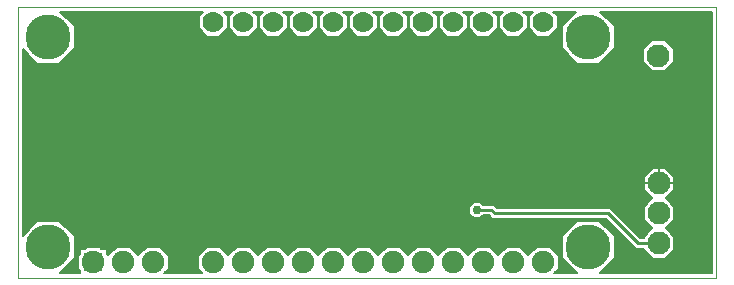
<source format=gbr>
G04 PROTEUS RS274X GERBER FILE*
%FSLAX26Y26*%
%MOIN*%
G01*
%ADD11C,0.010000*%
%ADD10C,0.025000*%
%ADD12C,0.030000*%
%ADD13C,0.006000*%
%ADD14C,0.075000*%
%ADD15C,0.065354*%
%ADD16C,0.070000*%
%ADD17C,0.150000*%
%ADD18C,0.076772*%
%ADD19R,0.064961X0.064961*%
%ADD70C,0.010000*%
%ADD71C,0.064961*%
%ADD25C,0.004000*%
G36*
X+3087362Y+243346D02*
X+2714254Y+243346D01*
X+2764275Y+293368D01*
X+2764275Y+366270D01*
X+2712726Y+417819D01*
X+2639825Y+417819D01*
X+2588276Y+366270D01*
X+2588276Y+293368D01*
X+2638298Y+243346D01*
X+2562635Y+243346D01*
X+2577775Y+258487D01*
X+2577775Y+301151D01*
X+2547607Y+331319D01*
X+2504944Y+331319D01*
X+2476276Y+302650D01*
X+2447607Y+331319D01*
X+2404944Y+331319D01*
X+2376276Y+302650D01*
X+2347607Y+331319D01*
X+2304944Y+331319D01*
X+2276276Y+302650D01*
X+2247607Y+331319D01*
X+2204944Y+331319D01*
X+2176276Y+302650D01*
X+2147607Y+331319D01*
X+2104944Y+331319D01*
X+2076276Y+302650D01*
X+2047607Y+331319D01*
X+2004944Y+331319D01*
X+1976276Y+302650D01*
X+1947607Y+331319D01*
X+1904944Y+331319D01*
X+1876276Y+302650D01*
X+1847607Y+331319D01*
X+1804944Y+331319D01*
X+1776276Y+302650D01*
X+1747607Y+331319D01*
X+1704944Y+331319D01*
X+1676276Y+302650D01*
X+1647607Y+331319D01*
X+1604944Y+331319D01*
X+1576276Y+302650D01*
X+1547607Y+331319D01*
X+1504944Y+331319D01*
X+1476276Y+302650D01*
X+1447607Y+331319D01*
X+1404944Y+331319D01*
X+1374776Y+301151D01*
X+1374776Y+258487D01*
X+1389917Y+243346D01*
X+1262635Y+243346D01*
X+1277775Y+258487D01*
X+1277775Y+301151D01*
X+1247607Y+331319D01*
X+1204944Y+331319D01*
X+1176276Y+302650D01*
X+1147607Y+331319D01*
X+1104944Y+331319D01*
X+1076276Y+302650D01*
X+1071756Y+307170D01*
X+1071756Y+325299D01*
X+1053627Y+325299D01*
X+1047607Y+331319D01*
X+1004944Y+331319D01*
X+998924Y+325299D01*
X+980796Y+325299D01*
X+980796Y+307170D01*
X+974776Y+301151D01*
X+974776Y+258487D01*
X+980796Y+252467D01*
X+980796Y+243346D01*
X+914254Y+243346D01*
X+964275Y+293368D01*
X+964275Y+366270D01*
X+912726Y+417819D01*
X+839825Y+417819D01*
X+790591Y+368584D01*
X+790591Y+991054D01*
X+839825Y+941819D01*
X+912726Y+941819D01*
X+964275Y+993368D01*
X+964275Y+1066270D01*
X+915624Y+1114921D01*
X+1392082Y+1114921D01*
X+1377276Y+1100115D01*
X+1377276Y+1059034D01*
X+1405979Y+1030331D01*
X+1446572Y+1030331D01*
X+1475275Y+1059034D01*
X+1475275Y+1100115D01*
X+1460469Y+1114921D01*
X+1492570Y+1114921D01*
X+1477276Y+1099627D01*
X+1477276Y+1059034D01*
X+1505979Y+1030331D01*
X+1546572Y+1030331D01*
X+1575275Y+1059034D01*
X+1575275Y+1099627D01*
X+1559981Y+1114921D01*
X+1592570Y+1114921D01*
X+1577276Y+1099627D01*
X+1577276Y+1059034D01*
X+1605979Y+1030331D01*
X+1646572Y+1030331D01*
X+1675275Y+1059034D01*
X+1675275Y+1099627D01*
X+1659981Y+1114921D01*
X+1692570Y+1114921D01*
X+1677276Y+1099627D01*
X+1677276Y+1059034D01*
X+1705979Y+1030331D01*
X+1746572Y+1030331D01*
X+1775275Y+1059034D01*
X+1775275Y+1099627D01*
X+1759981Y+1114921D01*
X+1792570Y+1114921D01*
X+1777276Y+1099627D01*
X+1777276Y+1059034D01*
X+1805979Y+1030331D01*
X+1846572Y+1030331D01*
X+1875275Y+1059034D01*
X+1875275Y+1099627D01*
X+1859981Y+1114921D01*
X+1892570Y+1114921D01*
X+1877276Y+1099627D01*
X+1877276Y+1059034D01*
X+1905979Y+1030331D01*
X+1946572Y+1030331D01*
X+1975275Y+1059034D01*
X+1975275Y+1099627D01*
X+1959981Y+1114921D01*
X+1992570Y+1114921D01*
X+1977276Y+1099627D01*
X+1977276Y+1059034D01*
X+2005979Y+1030331D01*
X+2046572Y+1030331D01*
X+2075275Y+1059034D01*
X+2075275Y+1099627D01*
X+2059981Y+1114921D01*
X+2092570Y+1114921D01*
X+2077276Y+1099627D01*
X+2077276Y+1059034D01*
X+2105979Y+1030331D01*
X+2146572Y+1030331D01*
X+2175275Y+1059034D01*
X+2175275Y+1099627D01*
X+2159981Y+1114921D01*
X+2192570Y+1114921D01*
X+2177276Y+1099627D01*
X+2177276Y+1059034D01*
X+2205979Y+1030331D01*
X+2246572Y+1030331D01*
X+2275275Y+1059034D01*
X+2275275Y+1099627D01*
X+2259981Y+1114921D01*
X+2292570Y+1114921D01*
X+2277276Y+1099627D01*
X+2277276Y+1059034D01*
X+2305979Y+1030331D01*
X+2346572Y+1030331D01*
X+2375275Y+1059034D01*
X+2375275Y+1099627D01*
X+2359981Y+1114921D01*
X+2392570Y+1114921D01*
X+2377276Y+1099627D01*
X+2377276Y+1059034D01*
X+2405979Y+1030331D01*
X+2446572Y+1030331D01*
X+2475275Y+1059034D01*
X+2475275Y+1099627D01*
X+2459981Y+1114921D01*
X+2492570Y+1114921D01*
X+2477276Y+1099627D01*
X+2477276Y+1059034D01*
X+2505979Y+1030331D01*
X+2546572Y+1030331D01*
X+2575275Y+1059034D01*
X+2575275Y+1099627D01*
X+2559981Y+1114921D01*
X+2636928Y+1114921D01*
X+2588276Y+1066270D01*
X+2588276Y+993368D01*
X+2639825Y+941819D01*
X+2712726Y+941819D01*
X+2764275Y+993368D01*
X+2764275Y+1066270D01*
X+2715624Y+1114921D01*
X+3087362Y+1114921D01*
X+3087362Y+243346D01*
G37*
%LPC*%
G36*
X+1350929Y+290031D02*
X+1350929Y+269607D01*
X+1336487Y+255165D01*
X+1316064Y+255165D01*
X+1301622Y+269607D01*
X+1301622Y+290031D01*
X+1316064Y+304472D01*
X+1336487Y+304472D01*
X+1350929Y+290031D01*
G37*
G36*
X+2930938Y+916489D02*
X+2888369Y+916489D01*
X+2858268Y+946589D01*
X+2858268Y+989159D01*
X+2888369Y+1019259D01*
X+2930938Y+1019259D01*
X+2961039Y+989159D01*
X+2961039Y+946589D01*
X+2930938Y+916489D01*
G37*
G36*
X+2921496Y+1039283D02*
X+2897811Y+1039283D01*
X+2881063Y+1056031D01*
X+2881063Y+1079717D01*
X+2897811Y+1096465D01*
X+2921496Y+1096465D01*
X+2938244Y+1079717D01*
X+2938244Y+1056031D01*
X+2921496Y+1039283D01*
G37*
G36*
X+2963535Y+563867D02*
X+2963535Y+521298D01*
X+2934819Y+492583D01*
X+2963535Y+463867D01*
X+2963535Y+421298D01*
X+2934819Y+392583D01*
X+2963535Y+363867D01*
X+2963535Y+321298D01*
X+2933434Y+291197D01*
X+2890865Y+291197D01*
X+2860764Y+321298D01*
X+2860764Y+324583D01*
X+2835230Y+324583D01*
X+2735230Y+424583D01*
X+2356387Y+424583D01*
X+2345440Y+435530D01*
X+2326915Y+435530D01*
X+2316915Y+425530D01*
X+2293720Y+425530D01*
X+2277318Y+441932D01*
X+2277318Y+465127D01*
X+2293720Y+481529D01*
X+2316915Y+481529D01*
X+2326915Y+471529D01*
X+2360351Y+471529D01*
X+2371298Y+460582D01*
X+2750141Y+460582D01*
X+2850141Y+360582D01*
X+2860764Y+360582D01*
X+2860764Y+363867D01*
X+2889479Y+392583D01*
X+2860764Y+421298D01*
X+2860764Y+463867D01*
X+2889479Y+492583D01*
X+2860764Y+521298D01*
X+2860764Y+563867D01*
X+2890865Y+593968D01*
X+2933434Y+593968D01*
X+2963535Y+563867D01*
G37*
%LPD*%
D11*
X+1526276Y+1079331D02*
X+1526276Y+1079819D01*
X+1426276Y+1079331D02*
X+1426276Y+1079819D01*
D10*
X+1626276Y+1079331D02*
X+1626276Y+1079819D01*
D11*
X+1726276Y+1079331D02*
X+1726276Y+1079819D01*
X+1826276Y+1079331D02*
X+1826276Y+1079819D01*
X+2026276Y+1079331D02*
X+2026276Y+1079819D01*
X+2126276Y+1079331D02*
X+2126276Y+1079819D01*
X+2226276Y+1079331D02*
X+2226276Y+1079819D01*
X+2326276Y+1079331D02*
X+2326276Y+1079819D01*
X+2426276Y+1079331D02*
X+2426276Y+1079819D01*
X+2526276Y+1079331D02*
X+2526276Y+1079819D01*
X+1926276Y+1079331D02*
X+1926276Y+1079819D01*
X+2305317Y+453530D02*
X+2352896Y+453530D01*
X+2363843Y+442583D01*
X+2742685Y+442583D01*
X+2842685Y+342583D01*
X+2912149Y+342583D01*
D12*
X+2305317Y+453530D03*
D13*
X+3087362Y+243346D02*
X+2714254Y+243346D01*
X+2764275Y+293368D01*
X+2764275Y+366270D01*
X+2712726Y+417819D01*
X+2639825Y+417819D01*
X+2588276Y+366270D01*
X+2588276Y+293368D01*
X+2638298Y+243346D01*
X+2562635Y+243346D01*
X+2577775Y+258487D01*
X+2577775Y+301151D01*
X+2547607Y+331319D01*
X+2504944Y+331319D01*
X+2476276Y+302650D01*
X+2447607Y+331319D01*
X+2404944Y+331319D01*
X+2376276Y+302650D01*
X+2347607Y+331319D01*
X+2304944Y+331319D01*
X+2276276Y+302650D01*
X+2247607Y+331319D01*
X+2204944Y+331319D01*
X+2176276Y+302650D01*
X+2147607Y+331319D01*
X+2104944Y+331319D01*
X+2076276Y+302650D01*
X+2047607Y+331319D01*
X+2004944Y+331319D01*
X+1976276Y+302650D01*
X+1947607Y+331319D01*
X+1904944Y+331319D01*
X+1876276Y+302650D01*
X+1847607Y+331319D01*
X+1804944Y+331319D01*
X+1776276Y+302650D01*
X+1747607Y+331319D01*
X+1704944Y+331319D01*
X+1676276Y+302650D01*
X+1647607Y+331319D01*
X+1604944Y+331319D01*
X+1576276Y+302650D01*
X+1547607Y+331319D01*
X+1504944Y+331319D01*
X+1476276Y+302650D01*
X+1447607Y+331319D01*
X+1404944Y+331319D01*
X+1374776Y+301151D01*
X+1374776Y+258487D01*
X+1389917Y+243346D01*
X+1262635Y+243346D01*
X+1277775Y+258487D01*
X+1277775Y+301151D01*
X+1247607Y+331319D01*
X+1204944Y+331319D01*
X+1176276Y+302650D01*
X+1147607Y+331319D01*
X+1104944Y+331319D01*
X+1076276Y+302650D01*
X+1071756Y+307170D01*
X+1071756Y+325299D01*
X+1053627Y+325299D01*
X+1047607Y+331319D01*
X+1004944Y+331319D01*
X+998924Y+325299D01*
X+980796Y+325299D01*
X+980796Y+307170D01*
X+974776Y+301151D01*
X+974776Y+258487D01*
X+980796Y+252467D01*
X+980796Y+243346D01*
X+914254Y+243346D01*
X+964275Y+293368D01*
X+964275Y+366270D01*
X+912726Y+417819D01*
X+839825Y+417819D01*
X+790591Y+368584D01*
X+790591Y+991054D01*
X+839825Y+941819D01*
X+912726Y+941819D01*
X+964275Y+993368D01*
X+964275Y+1066270D01*
X+915624Y+1114921D01*
X+1392082Y+1114921D01*
X+1377276Y+1100115D01*
X+1377276Y+1059034D01*
X+1405979Y+1030331D01*
X+1446572Y+1030331D01*
X+1475275Y+1059034D01*
X+1475275Y+1100115D01*
X+1460469Y+1114921D01*
X+1492570Y+1114921D01*
X+1477276Y+1099627D01*
X+1477276Y+1059034D01*
X+1505979Y+1030331D01*
X+1546572Y+1030331D01*
X+1575275Y+1059034D01*
X+1575275Y+1099627D01*
X+1559981Y+1114921D01*
X+1592570Y+1114921D01*
X+1577276Y+1099627D01*
X+1577276Y+1059034D01*
X+1605979Y+1030331D01*
X+1646572Y+1030331D01*
X+1675275Y+1059034D01*
X+1675275Y+1099627D01*
X+1659981Y+1114921D01*
X+1692570Y+1114921D01*
X+1677276Y+1099627D01*
X+1677276Y+1059034D01*
X+1705979Y+1030331D01*
X+1746572Y+1030331D01*
X+1775275Y+1059034D01*
X+1775275Y+1099627D01*
X+1759981Y+1114921D01*
X+1792570Y+1114921D01*
X+1777276Y+1099627D01*
X+1777276Y+1059034D01*
X+1805979Y+1030331D01*
X+1846572Y+1030331D01*
X+1875275Y+1059034D01*
X+1875275Y+1099627D01*
X+1859981Y+1114921D01*
X+1892570Y+1114921D01*
X+1877276Y+1099627D01*
X+1877276Y+1059034D01*
X+1905979Y+1030331D01*
X+1946572Y+1030331D01*
X+1975275Y+1059034D01*
X+1975275Y+1099627D01*
X+1959981Y+1114921D01*
X+1992570Y+1114921D01*
X+1977276Y+1099627D01*
X+1977276Y+1059034D01*
X+2005979Y+1030331D01*
X+2046572Y+1030331D01*
X+2075275Y+1059034D01*
X+2075275Y+1099627D01*
X+2059981Y+1114921D01*
X+2092570Y+1114921D01*
X+2077276Y+1099627D01*
X+2077276Y+1059034D01*
X+2105979Y+1030331D01*
X+2146572Y+1030331D01*
X+2175275Y+1059034D01*
X+2175275Y+1099627D01*
X+2159981Y+1114921D01*
X+2192570Y+1114921D01*
X+2177276Y+1099627D01*
X+2177276Y+1059034D01*
X+2205979Y+1030331D01*
X+2246572Y+1030331D01*
X+2275275Y+1059034D01*
X+2275275Y+1099627D01*
X+2259981Y+1114921D01*
X+2292570Y+1114921D01*
X+2277276Y+1099627D01*
X+2277276Y+1059034D01*
X+2305979Y+1030331D01*
X+2346572Y+1030331D01*
X+2375275Y+1059034D01*
X+2375275Y+1099627D01*
X+2359981Y+1114921D01*
X+2392570Y+1114921D01*
X+2377276Y+1099627D01*
X+2377276Y+1059034D01*
X+2405979Y+1030331D01*
X+2446572Y+1030331D01*
X+2475275Y+1059034D01*
X+2475275Y+1099627D01*
X+2459981Y+1114921D01*
X+2492570Y+1114921D01*
X+2477276Y+1099627D01*
X+2477276Y+1059034D01*
X+2505979Y+1030331D01*
X+2546572Y+1030331D01*
X+2575275Y+1059034D01*
X+2575275Y+1099627D01*
X+2559981Y+1114921D01*
X+2636928Y+1114921D01*
X+2588276Y+1066270D01*
X+2588276Y+993368D01*
X+2639825Y+941819D01*
X+2712726Y+941819D01*
X+2764275Y+993368D01*
X+2764275Y+1066270D01*
X+2715624Y+1114921D01*
X+3087362Y+1114921D01*
X+3087362Y+243346D01*
X+1350929Y+290031D02*
X+1350929Y+269607D01*
X+1336487Y+255165D01*
X+1316064Y+255165D01*
X+1301622Y+269607D01*
X+1301622Y+290031D01*
X+1316064Y+304472D01*
X+1336487Y+304472D01*
X+1350929Y+290031D01*
X+2930938Y+916489D02*
X+2888369Y+916489D01*
X+2858268Y+946589D01*
X+2858268Y+989159D01*
X+2888369Y+1019259D01*
X+2930938Y+1019259D01*
X+2961039Y+989159D01*
X+2961039Y+946589D01*
X+2930938Y+916489D01*
X+2921496Y+1039283D02*
X+2897811Y+1039283D01*
X+2881063Y+1056031D01*
X+2881063Y+1079717D01*
X+2897811Y+1096465D01*
X+2921496Y+1096465D01*
X+2938244Y+1079717D01*
X+2938244Y+1056031D01*
X+2921496Y+1039283D01*
X+2963535Y+563867D02*
X+2963535Y+521298D01*
X+2934819Y+492583D01*
X+2963535Y+463867D01*
X+2963535Y+421298D01*
X+2934819Y+392583D01*
X+2963535Y+363867D01*
X+2963535Y+321298D01*
X+2933434Y+291197D01*
X+2890865Y+291197D01*
X+2860764Y+321298D01*
X+2860764Y+324583D01*
X+2835230Y+324583D01*
X+2735230Y+424583D01*
X+2356387Y+424583D01*
X+2345440Y+435530D01*
X+2326915Y+435530D01*
X+2316915Y+425530D01*
X+2293720Y+425530D01*
X+2277318Y+441932D01*
X+2277318Y+465127D01*
X+2293720Y+481529D01*
X+2316915Y+481529D01*
X+2326915Y+471529D01*
X+2360351Y+471529D01*
X+2371298Y+460582D01*
X+2750141Y+460582D01*
X+2850141Y+360582D01*
X+2860764Y+360582D01*
X+2860764Y+363867D01*
X+2889479Y+392583D01*
X+2860764Y+421298D01*
X+2860764Y+463867D01*
X+2889479Y+492583D01*
X+2860764Y+521298D01*
X+2860764Y+563867D01*
X+2890865Y+593968D01*
X+2933434Y+593968D01*
X+2963535Y+563867D01*
X+2912149Y+593968D02*
X+2912149Y+542583D01*
X+2963535Y+542583D02*
X+2912149Y+542583D01*
X+2860764Y+542583D02*
X+2912149Y+542583D01*
D14*
X+1026276Y+279819D03*
X+1126276Y+279819D03*
X+1226276Y+279819D03*
X+1326276Y+279819D03*
X+1426276Y+279819D03*
X+1526276Y+279819D03*
X+1626276Y+279819D03*
X+1726276Y+279819D03*
X+1826276Y+279819D03*
X+1926276Y+279819D03*
X+2026276Y+279819D03*
X+2126276Y+279819D03*
X+2226276Y+279819D03*
X+2326276Y+279819D03*
X+2426276Y+279819D03*
X+2526276Y+279819D03*
D15*
X+2526276Y+1079819D03*
X+2426276Y+1079819D03*
X+2326276Y+1079819D03*
X+2226276Y+1079819D03*
X+2126276Y+1079819D03*
X+2026276Y+1079819D03*
X+1926276Y+1079819D03*
X+1826276Y+1079819D03*
X+1726276Y+1079819D03*
X+1626276Y+1079819D03*
X+1526276Y+1079819D03*
D16*
X+1426276Y+1079819D03*
D17*
X+876276Y+329819D03*
X+876276Y+1029819D03*
X+2676276Y+329819D03*
X+2676276Y+1029819D03*
D16*
X+2526276Y+1079331D03*
X+2426276Y+1079331D03*
X+2326276Y+1079331D03*
X+2226276Y+1079331D03*
X+2126276Y+1079331D03*
X+2026276Y+1079331D03*
X+1926276Y+1079331D03*
X+1826276Y+1079331D03*
X+1726276Y+1079331D03*
X+1626276Y+1079331D03*
X+1526276Y+1079331D03*
X+1426276Y+1079331D03*
D18*
X+2909653Y+967874D03*
X+2909653Y+1067874D03*
X+2912149Y+342583D03*
X+2912149Y+442583D03*
X+2912149Y+542583D03*
D19*
X+1026276Y+279819D03*
D70*
X+1026276Y+279819D03*
D71*
X+1126276Y+279819D03*
X+1226276Y+279819D03*
X+1326276Y+279819D03*
X+1426276Y+279819D03*
X+1526276Y+279819D03*
X+1626276Y+279819D03*
X+1726276Y+279819D03*
X+1826276Y+279819D03*
X+1926276Y+279819D03*
X+2026276Y+279819D03*
X+2126276Y+279819D03*
X+2226276Y+279819D03*
X+2326276Y+279819D03*
X+2426276Y+279819D03*
X+2526276Y+279819D03*
D25*
X+775591Y+228346D02*
X+3102362Y+228346D01*
X+3102362Y+1129921D01*
X+775591Y+1129921D01*
X+775591Y+228346D01*
M02*

</source>
